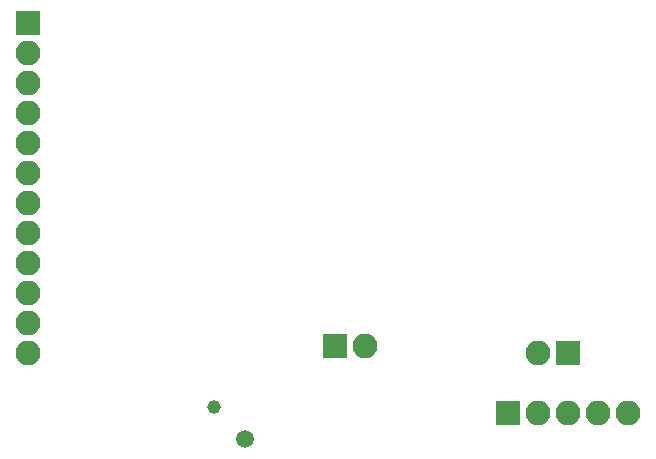
<source format=gbr>
G04 #@! TF.FileFunction,Soldermask,Bot*
%FSLAX46Y46*%
G04 Gerber Fmt 4.6, Leading zero omitted, Abs format (unit mm)*
G04 Created by KiCad (PCBNEW 4.0.7) date 04/18/19 14:14:10*
%MOMM*%
%LPD*%
G01*
G04 APERTURE LIST*
%ADD10C,0.100000*%
%ADD11R,2.100000X2.100000*%
%ADD12O,2.100000X2.100000*%
%ADD13C,1.160000*%
%ADD14C,1.500000*%
G04 APERTURE END LIST*
D10*
D11*
X115570000Y-107950000D03*
D12*
X115570000Y-110490000D03*
X115570000Y-113030000D03*
X115570000Y-115570000D03*
X115570000Y-118110000D03*
X115570000Y-120650000D03*
X115570000Y-123190000D03*
X115570000Y-125730000D03*
X115570000Y-128270000D03*
X115570000Y-130810000D03*
X115570000Y-133350000D03*
X115570000Y-135890000D03*
D11*
X156210000Y-140970000D03*
D12*
X158750000Y-140970000D03*
X161290000Y-140970000D03*
X163830000Y-140970000D03*
X166370000Y-140970000D03*
D13*
X131275204Y-140504796D03*
D14*
X133962210Y-143191802D03*
D11*
X141541500Y-135280400D03*
D12*
X144081500Y-135280400D03*
D11*
X161290000Y-135890000D03*
D12*
X158750000Y-135890000D03*
M02*

</source>
